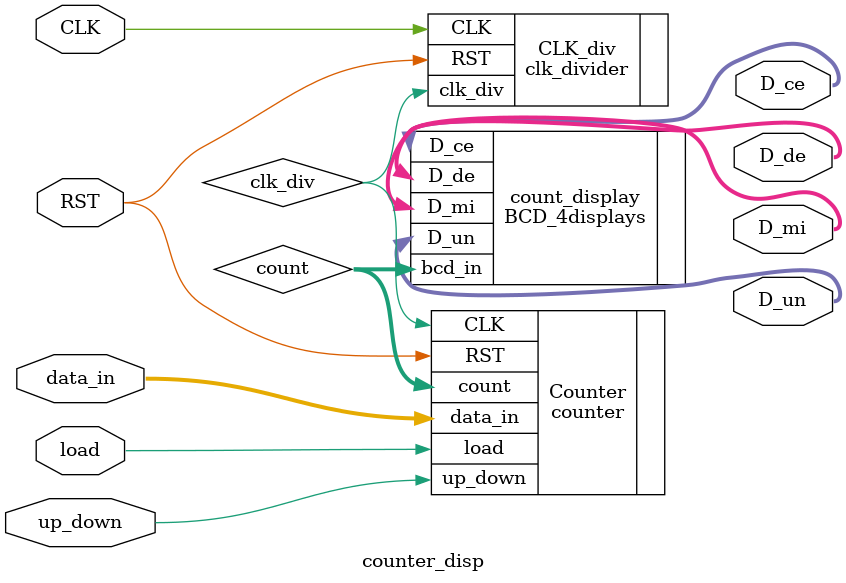
<source format=v>
module counter_disp #(parameter CMAX = 100, FREQ = 1)(
    input CLK, RST,
	 input [7:0] data_in, 
	 input load,
	 input up_down,
    output [0:6] D_un, D_de, D_ce, D_mi // Por convención, las señales del display de 7 segmentos empieza con el segmento 0   
);

wire clk_div; // Has to be a wire since it is driven by the clk_div
wire [6:0] count;

clk_divider #(.FREQ(FREQ)) CLK_div(
    .CLK(CLK),
    .RST(RST),
    .clk_div(clk_div)
);

counter #(.CMAX(CMAX)) Counter(
	.CLK(clk_div),
	.RST(RST),
	.data_in(data_in),
	.load(load),
	.up_down(up_down),
	.count(count)
);     

BCD_4displays #(.N_in(7), .N_out(7)) count_display(
    .bcd_in(count),
    .D_un(D_un),
    .D_de(D_de),
    .D_ce(D_ce),
    .D_mi(D_mi)
);

endmodule
</source>
